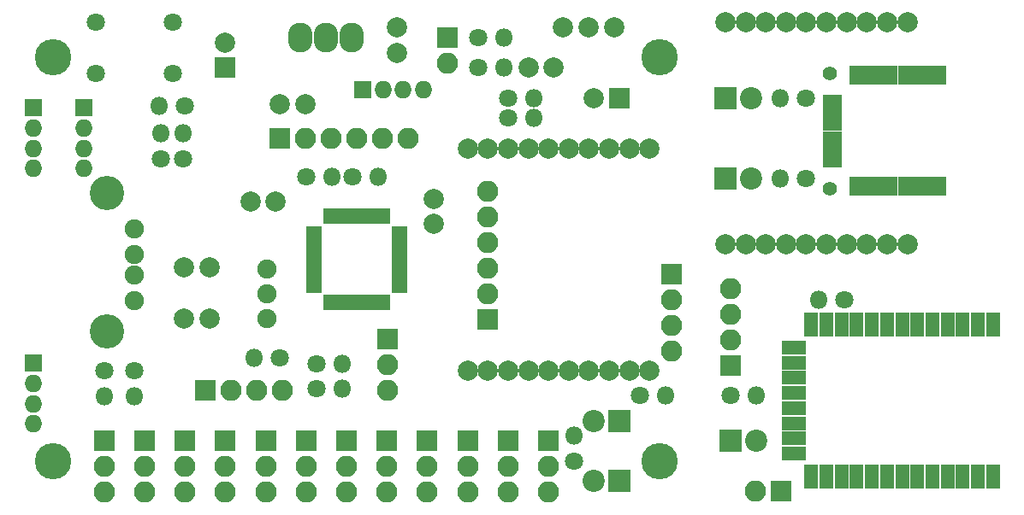
<source format=gts>
G04 #@! TF.FileFunction,Soldermask,Top*
%FSLAX45Y45*%
G04 Gerber Fmt 4.5, Leading zero omitted, Abs format (unit mm)*
G04 Created by KiCad (PCBNEW 4.0.5) date 02/17/17 17:53:29*
%MOMM*%
%LPD*%
G01*
G04 APERTURE LIST*
%ADD10C,0.100000*%
%ADD11C,2.000000*%
%ADD12R,2.100000X2.100000*%
%ADD13O,2.100000X2.100000*%
%ADD14C,3.600000*%
%ADD15R,1.600000X1.000000*%
%ADD16R,1.000000X1.600000*%
%ADD17C,1.900000*%
%ADD18C,3.400000*%
%ADD19C,1.797000*%
%ADD20R,2.200000X2.200000*%
%ADD21C,2.200000*%
%ADD22R,1.750000X1.750000*%
%ADD23O,1.750000X1.750000*%
%ADD24R,2.400000X1.400000*%
%ADD25R,1.400000X2.400000*%
%ADD26C,1.800000*%
%ADD27O,1.800000X1.800000*%
%ADD28R,2.000000X2.000000*%
%ADD29O,2.432000X2.940000*%
%ADD30R,1.200000X1.900000*%
%ADD31R,1.900000X1.200000*%
%ADD32C,1.400000*%
G04 APERTURE END LIST*
D10*
D11*
X18900000Y-3900000D03*
X18700000Y-3900000D03*
X18500000Y-3900000D03*
X18300000Y-3900000D03*
X18100000Y-3900000D03*
X17900000Y-3900000D03*
X17700000Y-3900000D03*
X17500000Y-3900000D03*
X17300000Y-3900000D03*
X17100000Y-3900000D03*
X17100000Y-6100000D03*
X17300000Y-6100000D03*
X17500000Y-6100000D03*
X17700000Y-6100000D03*
X17900000Y-6100000D03*
X18100000Y-6100000D03*
X18300000Y-6100000D03*
X18500000Y-6100000D03*
X18700000Y-6100000D03*
X18900000Y-6100000D03*
D12*
X19700000Y-6050000D03*
D13*
X19700000Y-5796000D03*
X19700000Y-5542000D03*
X19700000Y-5288000D03*
D14*
X19000000Y-7000000D03*
X19000000Y-3000000D03*
X13000000Y-3000000D03*
D12*
X13500000Y-6800000D03*
D13*
X13500000Y-7054000D03*
X13500000Y-7308000D03*
D12*
X14300000Y-6800000D03*
D13*
X14300000Y-7054000D03*
X14300000Y-7308000D03*
D12*
X15500000Y-6800000D03*
D13*
X15500000Y-7054000D03*
X15500000Y-7308000D03*
D12*
X15900000Y-6800000D03*
D13*
X15900000Y-7054000D03*
X15900000Y-7308000D03*
D12*
X16300000Y-6800000D03*
D13*
X16300000Y-7054000D03*
X16300000Y-7308000D03*
D12*
X16700000Y-6800000D03*
D13*
X16700000Y-7054000D03*
X16700000Y-7308000D03*
D12*
X17500000Y-6800000D03*
D13*
X17500000Y-7054000D03*
X17500000Y-7308000D03*
D12*
X17900000Y-6800000D03*
D13*
X17900000Y-7054000D03*
X17900000Y-7308000D03*
D15*
X15575000Y-4720000D03*
X15575000Y-4800000D03*
X15575000Y-4880000D03*
X15575000Y-4960000D03*
X15575000Y-5040000D03*
X15575000Y-5120000D03*
X15575000Y-5200000D03*
X15575000Y-5280000D03*
D16*
X15720000Y-5425000D03*
X15800000Y-5425000D03*
X15880000Y-5425000D03*
X15960000Y-5425000D03*
X16040000Y-5425000D03*
X16120000Y-5425000D03*
X16200000Y-5425000D03*
X16280000Y-5425000D03*
D15*
X16425000Y-5280000D03*
X16425000Y-5200000D03*
X16425000Y-5120000D03*
X16425000Y-5040000D03*
X16425000Y-4960000D03*
X16425000Y-4880000D03*
X16425000Y-4800000D03*
X16425000Y-4720000D03*
D16*
X16280000Y-4575000D03*
X16200000Y-4575000D03*
X16120000Y-4575000D03*
X16040000Y-4575000D03*
X15960000Y-4575000D03*
X15880000Y-4575000D03*
X15800000Y-4575000D03*
X15720000Y-4575000D03*
D17*
X13800000Y-5411000D03*
X13800000Y-5157000D03*
X13800000Y-4954000D03*
X13800000Y-4700000D03*
D18*
X13533000Y-5716000D03*
X13533000Y-4344000D03*
D19*
X14181000Y-2646000D03*
X14181000Y-3154000D03*
X13419000Y-2646000D03*
X13419000Y-3154000D03*
D12*
X20200000Y-7300000D03*
D13*
X19946000Y-7300000D03*
D12*
X19113500Y-5143500D03*
D13*
X19113500Y-5397500D03*
X19113500Y-5651500D03*
X19113500Y-5905500D03*
D20*
X19650000Y-3400000D03*
D21*
X19904000Y-3400000D03*
D22*
X12800000Y-6030000D03*
D23*
X12800000Y-6230000D03*
X12800000Y-6430000D03*
X12800000Y-6630000D03*
D22*
X13300000Y-3500000D03*
D23*
X13300000Y-3700000D03*
X13300000Y-3900000D03*
X13300000Y-4100000D03*
D22*
X12800000Y-3500000D03*
D23*
X12800000Y-3700000D03*
X12800000Y-3900000D03*
X12800000Y-4100000D03*
D22*
X16060000Y-3320000D03*
D23*
X16260000Y-3320000D03*
X16460000Y-3320000D03*
X16660000Y-3320000D03*
D12*
X17300000Y-5600000D03*
D13*
X17300000Y-5346000D03*
X17300000Y-5092000D03*
X17300000Y-4838000D03*
X17300000Y-4584000D03*
X17300000Y-4330000D03*
D20*
X18600000Y-7200000D03*
D21*
X18346000Y-7200000D03*
D20*
X18600000Y-6600000D03*
D21*
X18346000Y-6600000D03*
D11*
X21450000Y-2650000D03*
X21250000Y-2650000D03*
X21050000Y-2650000D03*
X20850000Y-2650000D03*
X20650000Y-2650000D03*
X20450000Y-2650000D03*
X20250000Y-2650000D03*
X20050000Y-2650000D03*
X19850000Y-2650000D03*
X19650000Y-2650000D03*
X19650000Y-4850000D03*
X19850000Y-4850000D03*
X20050000Y-4850000D03*
X20250000Y-4850000D03*
X20450000Y-4850000D03*
X20650000Y-4850000D03*
X20850000Y-4850000D03*
X21050000Y-4850000D03*
X21250000Y-4850000D03*
X21450000Y-4850000D03*
D20*
X19700000Y-6800000D03*
D21*
X19954000Y-6800000D03*
D24*
X20325000Y-6475000D03*
X20325000Y-6625000D03*
X20325000Y-6775000D03*
X20325000Y-6925000D03*
X20325000Y-6325000D03*
X20325000Y-6175000D03*
X20325000Y-6025000D03*
X20325000Y-5875000D03*
D25*
X22300000Y-7150000D03*
X22150000Y-7150000D03*
X22000000Y-7150000D03*
X21850000Y-7150000D03*
X21250000Y-7150000D03*
X21400000Y-7150000D03*
X21550000Y-7150000D03*
X21700000Y-7150000D03*
X21100000Y-7150000D03*
X20950000Y-7150000D03*
X20800000Y-7150000D03*
X20650000Y-7150000D03*
X20500000Y-7150000D03*
X20500000Y-5650000D03*
X20650000Y-5650000D03*
X20800000Y-5650000D03*
X20950000Y-5650000D03*
X21100000Y-5650000D03*
X21700000Y-5650000D03*
X21550000Y-5650000D03*
X21400000Y-5650000D03*
X21250000Y-5650000D03*
X21850000Y-5650000D03*
X22000000Y-5650000D03*
X22150000Y-5650000D03*
X22300000Y-5650000D03*
D12*
X15240000Y-3800000D03*
D13*
X15494000Y-3800000D03*
X15748000Y-3800000D03*
X16002000Y-3800000D03*
X16256000Y-3800000D03*
X16510000Y-3800000D03*
D20*
X19650000Y-4200000D03*
D21*
X19904000Y-4200000D03*
D12*
X16900000Y-2800000D03*
D13*
X16900000Y-3054000D03*
D14*
X13000000Y-7000000D03*
D11*
X18554000Y-2700000D03*
X18300000Y-2700000D03*
X18046000Y-2700000D03*
X17700000Y-3100000D03*
X17950000Y-3100000D03*
X16760000Y-4400000D03*
X16760000Y-4650000D03*
X16400000Y-2700000D03*
X16400000Y-2950000D03*
X15240000Y-3460000D03*
X15490000Y-3460000D03*
X15200000Y-4425000D03*
X14950000Y-4425000D03*
D26*
X20450000Y-3400000D03*
D27*
X20196000Y-3400000D03*
D26*
X20450000Y-4200000D03*
D27*
X20196000Y-4200000D03*
D26*
X15960000Y-4180000D03*
D27*
X16214000Y-4180000D03*
D26*
X18800000Y-6350000D03*
D27*
X19054000Y-6350000D03*
D26*
X18150000Y-7000000D03*
D27*
X18150000Y-6746000D03*
D26*
X15500000Y-4180000D03*
D27*
X15754000Y-4180000D03*
D26*
X19700000Y-6350000D03*
D27*
X19954000Y-6350000D03*
D26*
X17500000Y-3600000D03*
D27*
X17754000Y-3600000D03*
D26*
X13500000Y-6100000D03*
D27*
X13500000Y-6354000D03*
D26*
X13800000Y-6100000D03*
D27*
X13800000Y-6354000D03*
D26*
X14280000Y-4000000D03*
D27*
X14280000Y-3746000D03*
D26*
X14060000Y-4000000D03*
D27*
X14060000Y-3746000D03*
D26*
X17500000Y-3400000D03*
D27*
X17754000Y-3400000D03*
D26*
X17200000Y-3100000D03*
D27*
X17454000Y-3100000D03*
D26*
X14300000Y-3480000D03*
D27*
X14046000Y-3480000D03*
D26*
X17200000Y-2800000D03*
D27*
X17454000Y-2800000D03*
D26*
X20825000Y-5400000D03*
D27*
X20571000Y-5400000D03*
D11*
X14541500Y-5080000D03*
X14291500Y-5080000D03*
X14541500Y-5588000D03*
X14291500Y-5588000D03*
D28*
X18600000Y-3400000D03*
D11*
X18350000Y-3400000D03*
D28*
X14700000Y-3100000D03*
D11*
X14700000Y-2850000D03*
D29*
X15700000Y-2800000D03*
X15446000Y-2800000D03*
X15954000Y-2800000D03*
D12*
X16310000Y-5790000D03*
D13*
X16310000Y-6044000D03*
X16310000Y-6298000D03*
D26*
X15240000Y-5980000D03*
D27*
X14986000Y-5980000D03*
D26*
X15600000Y-6280000D03*
D27*
X15854000Y-6280000D03*
D26*
X15600000Y-6040000D03*
D27*
X15854000Y-6040000D03*
D12*
X14500000Y-6300000D03*
D13*
X14754000Y-6300000D03*
X15008000Y-6300000D03*
X15262000Y-6300000D03*
D12*
X13900000Y-6800000D03*
D13*
X13900000Y-7054000D03*
X13900000Y-7308000D03*
D12*
X14700000Y-6800000D03*
D13*
X14700000Y-7054000D03*
X14700000Y-7308000D03*
D12*
X15100000Y-6800000D03*
D13*
X15100000Y-7054000D03*
X15100000Y-7308000D03*
D12*
X17100000Y-6800000D03*
D13*
X17100000Y-7054000D03*
X17100000Y-7308000D03*
D17*
X15113000Y-5588000D03*
X15113000Y-5344000D03*
X15113000Y-5100000D03*
D30*
X20937000Y-4278500D03*
X21057000Y-4278500D03*
X21177000Y-4278500D03*
X21297000Y-4278500D03*
X21417000Y-4278500D03*
X21537000Y-4278500D03*
X21657000Y-4278500D03*
X21777000Y-4278500D03*
X21777000Y-3178500D03*
X21657000Y-3178500D03*
X21537000Y-3178500D03*
X21417000Y-3178500D03*
X21297000Y-3178500D03*
X21177000Y-3178500D03*
X21057000Y-3178500D03*
X20937000Y-3178500D03*
D31*
X20707000Y-3428500D03*
X20707000Y-3548500D03*
X20707000Y-3668500D03*
X20707000Y-3788500D03*
X20707000Y-3908500D03*
X20707000Y-4028500D03*
D32*
X20687000Y-3153500D03*
X20687000Y-4303500D03*
M02*

</source>
